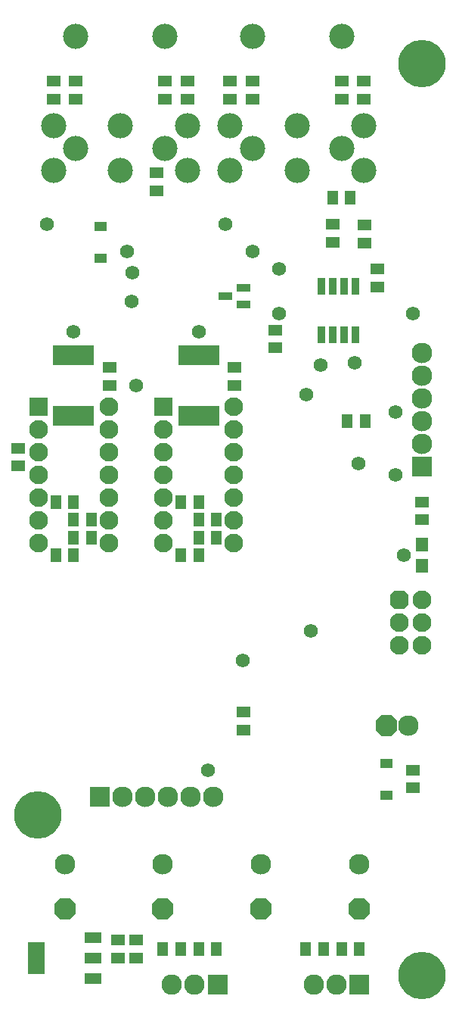
<source format=gbs>
G04*
G04 #@! TF.GenerationSoftware,Altium Limited,Altium Designer,24.1.2 (44)*
G04*
G04 Layer_Color=16711935*
%FSLAX44Y44*%
%MOMM*%
G71*
G04*
G04 #@! TF.SameCoordinates,0FEA824A-C204-488D-A695-D1978D76774C*
G04*
G04*
G04 #@! TF.FilePolarity,Negative*
G04*
G01*
G75*
%ADD10R,1.3000X1.5500*%
%ADD11R,1.5500X1.3000*%
%ADD15R,1.3700X1.0400*%
%ADD19C,2.8240*%
%ADD20C,5.3000*%
%ADD21C,2.2800*%
%ADD22R,2.2800X2.2800*%
%ADD23C,2.3000*%
G04:AMPARAMS|DCode=24|XSize=2.3mm|YSize=2.3mm|CornerRadius=0mm|HoleSize=0mm|Usage=FLASHONLY|Rotation=90.000|XOffset=0mm|YOffset=0mm|HoleType=Round|Shape=Octagon|*
%AMOCTAGOND24*
4,1,8,0.5750,1.1500,-0.5750,1.1500,-1.1500,0.5750,-1.1500,-0.5750,-0.5750,-1.1500,0.5750,-1.1500,1.1500,-0.5750,1.1500,0.5750,0.5750,1.1500,0.0*
%
%ADD24OCTAGOND24*%

%ADD25R,2.3000X2.3000*%
%ADD26R,2.1000X2.1000*%
%ADD27C,2.1000*%
%ADD28R,2.3000X2.3000*%
G04:AMPARAMS|DCode=29|XSize=2.3mm|YSize=2.3mm|CornerRadius=0mm|HoleSize=0mm|Usage=FLASHONLY|Rotation=0.000|XOffset=0mm|YOffset=0mm|HoleType=Round|Shape=Octagon|*
%AMOCTAGOND29*
4,1,8,1.1500,-0.5750,1.1500,0.5750,0.5750,1.1500,-0.5750,1.1500,-1.1500,0.5750,-1.1500,-0.5750,-0.5750,-1.1500,0.5750,-1.1500,1.1500,-0.5750,0.0*
%
%ADD29OCTAGOND29*%

G04:AMPARAMS|DCode=30|XSize=2.1mm|YSize=2.1mm|CornerRadius=0mm|HoleSize=0mm|Usage=FLASHONLY|Rotation=270.000|XOffset=0mm|YOffset=0mm|HoleType=Round|Shape=Octagon|*
%AMOCTAGOND30*
4,1,8,-0.5250,-1.0500,0.5250,-1.0500,1.0500,-0.5250,1.0500,0.5250,0.5250,1.0500,-0.5250,1.0500,-1.0500,0.5250,-1.0500,-0.5250,-0.5250,-1.0500,0.0*
%
%ADD30OCTAGOND30*%

%ADD31C,1.5700*%
%ADD62R,4.6000X2.3000*%
%ADD63R,1.9500X3.5500*%
%ADD64R,1.9500X1.2500*%
%ADD65R,1.4000X1.5500*%
%ADD66R,1.6000X0.9000*%
%ADD67R,0.9500X1.8250*%
D10*
X340000Y70000D02*
D03*
X360000D02*
D03*
X180000D02*
D03*
X200000D02*
D03*
X240000D02*
D03*
X220000D02*
D03*
X400000D02*
D03*
X380000D02*
D03*
X100000Y550000D02*
D03*
X80000D02*
D03*
X60000Y570000D02*
D03*
X80000D02*
D03*
X60000Y510000D02*
D03*
X80000D02*
D03*
X80000Y530000D02*
D03*
X100000D02*
D03*
X240000Y550000D02*
D03*
X220000D02*
D03*
Y530000D02*
D03*
X240000D02*
D03*
X200000Y510000D02*
D03*
X220000D02*
D03*
X200000Y570000D02*
D03*
X220000D02*
D03*
X406566Y659946D02*
D03*
X386566D02*
D03*
X370000Y910000D02*
D03*
X390000D02*
D03*
D11*
X270000Y315000D02*
D03*
Y335000D02*
D03*
X17500Y610000D02*
D03*
Y630000D02*
D03*
X460000Y270000D02*
D03*
Y250000D02*
D03*
X120000Y720000D02*
D03*
Y700000D02*
D03*
X260000D02*
D03*
Y720000D02*
D03*
X130000Y60000D02*
D03*
Y80000D02*
D03*
X150000Y80000D02*
D03*
Y60000D02*
D03*
X470000Y550000D02*
D03*
Y570000D02*
D03*
X306117Y761976D02*
D03*
Y741976D02*
D03*
X405000Y1040000D02*
D03*
Y1020000D02*
D03*
X405497Y879142D02*
D03*
Y859142D02*
D03*
X420000Y810000D02*
D03*
Y830000D02*
D03*
X370000Y880000D02*
D03*
Y860000D02*
D03*
X280000Y1040000D02*
D03*
Y1020000D02*
D03*
X380000D02*
D03*
Y1040000D02*
D03*
X255000Y1020000D02*
D03*
Y1040000D02*
D03*
X172500Y917500D02*
D03*
Y937500D02*
D03*
X182500Y1020000D02*
D03*
Y1040000D02*
D03*
X82500Y1020000D02*
D03*
Y1040000D02*
D03*
X207500Y1020000D02*
D03*
Y1040000D02*
D03*
X57500Y1020000D02*
D03*
Y1040000D02*
D03*
D15*
X430000Y277750D02*
D03*
Y242250D02*
D03*
X110000Y842250D02*
D03*
Y877750D02*
D03*
D19*
X57500Y940000D02*
D03*
X207500D02*
D03*
X132500D02*
D03*
X57500Y990000D02*
D03*
X207500D02*
D03*
X132500D02*
D03*
X82500Y965000D02*
D03*
X182500D02*
D03*
Y1090000D02*
D03*
X82500D02*
D03*
X255000Y940000D02*
D03*
X405000D02*
D03*
X330000D02*
D03*
X255000Y990000D02*
D03*
X405000D02*
D03*
X330000D02*
D03*
X280000Y965000D02*
D03*
X380000D02*
D03*
Y1090000D02*
D03*
X280000D02*
D03*
D20*
X40000Y220000D02*
D03*
X470000Y40000D02*
D03*
Y1060000D02*
D03*
D21*
X349000Y30000D02*
D03*
X374500D02*
D03*
X190000D02*
D03*
X215500D02*
D03*
D22*
X400000D02*
D03*
X241000D02*
D03*
D23*
X70000Y165000D02*
D03*
X400000D02*
D03*
X210800Y240000D02*
D03*
X185400D02*
D03*
X134600D02*
D03*
X160000D02*
D03*
X236200D02*
D03*
X290000Y165000D02*
D03*
X470000Y736200D02*
D03*
Y660000D02*
D03*
Y634600D02*
D03*
Y685400D02*
D03*
Y710800D02*
D03*
X455000Y320000D02*
D03*
X180000Y165000D02*
D03*
D24*
X70000Y115000D02*
D03*
X400000D02*
D03*
X290000D02*
D03*
X180000D02*
D03*
D25*
X109200Y240000D02*
D03*
D26*
X180630Y676200D02*
D03*
X40630D02*
D03*
D27*
X180630Y650800D02*
D03*
Y625400D02*
D03*
Y600000D02*
D03*
Y574600D02*
D03*
Y549200D02*
D03*
Y523800D02*
D03*
X259370D02*
D03*
Y549200D02*
D03*
Y574600D02*
D03*
Y600000D02*
D03*
Y625400D02*
D03*
Y650800D02*
D03*
Y676200D02*
D03*
X40630Y650800D02*
D03*
Y625400D02*
D03*
Y600000D02*
D03*
Y574600D02*
D03*
Y549200D02*
D03*
Y523800D02*
D03*
X119370D02*
D03*
Y549200D02*
D03*
Y574600D02*
D03*
Y600000D02*
D03*
Y625400D02*
D03*
Y650800D02*
D03*
Y676200D02*
D03*
X470000Y460000D02*
D03*
Y409200D02*
D03*
Y434600D02*
D03*
X444600D02*
D03*
Y409200D02*
D03*
D28*
X470000Y609200D02*
D03*
D29*
X430000Y320000D02*
D03*
D30*
X444600Y460000D02*
D03*
D31*
X395000Y725000D02*
D03*
X356745Y722504D02*
D03*
X269776Y392724D02*
D03*
X310000Y780000D02*
D03*
X220000Y760000D02*
D03*
X440000Y600000D02*
D03*
X80000Y760000D02*
D03*
X150000Y700000D02*
D03*
X440000Y670000D02*
D03*
X345954Y425676D02*
D03*
X310000Y830000D02*
D03*
X340850Y690000D02*
D03*
X230000Y270000D02*
D03*
X140000Y850000D02*
D03*
X250000Y880000D02*
D03*
X50000D02*
D03*
X460000Y780000D02*
D03*
X450000Y510000D02*
D03*
X398815Y612721D02*
D03*
X280000Y850000D02*
D03*
X146004Y826538D02*
D03*
X144765Y794225D02*
D03*
D62*
X220000Y666000D02*
D03*
Y734000D02*
D03*
X80000Y666000D02*
D03*
Y734000D02*
D03*
D63*
X38500Y60000D02*
D03*
D64*
X101500Y37000D02*
D03*
Y60000D02*
D03*
Y83000D02*
D03*
D65*
X470000Y498250D02*
D03*
Y521750D02*
D03*
D66*
X270500Y809500D02*
D03*
Y790500D02*
D03*
X249500Y800000D02*
D03*
D67*
X395283Y756627D02*
D03*
X382583D02*
D03*
X369883D02*
D03*
X357183D02*
D03*
Y810867D02*
D03*
X369883D02*
D03*
X382583D02*
D03*
X395283D02*
D03*
M02*

</source>
